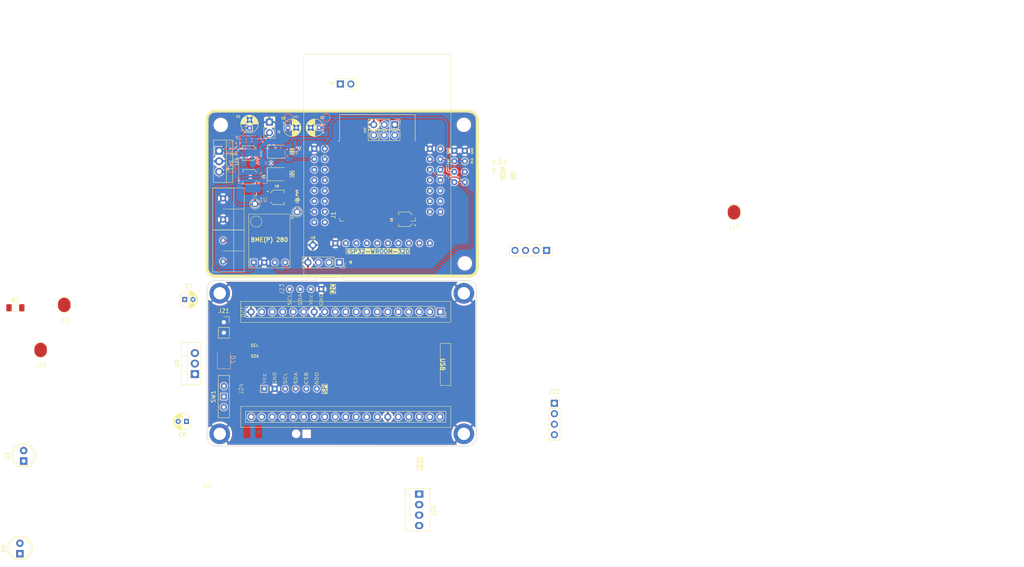
<source format=kicad_pcb>
(kicad_pcb (version 20240108) (generator "pcbnew") (generator_version "8.0")
  (layers (0 "F.Cu" signal) (31 "B.Cu" signal) (34 "B.Paste" user) (35 "F.Paste" user) (36 "B.SilkS" user "B.Silkscreen") (37 "F.SilkS" user "F.Silkscreen") (38 "B.Mask" user) (39 "F.Mask" user) (44 "Edge.Cuts" user))
  (net 0 "")
  (net 1 "GND")
  (net 2 "+3V3")
  (net 3 "+5V")
  (net 4 "/RXD")
  (net 5 "/TXD")
  (net 6 "/SDA")
  (net 7 "/GPIO_33")
  (net 8 "/SCL")
  (net 9 "/OUT3")
  (net 10 "/EN")
  (net 11 "/SOURCE2")
  (net 12 "/SOURCE1")
  (net 13 "/SOURCE3")
  (net 14 "/VDC")
  (net 15 "/DAC1")
  (net 16 "/DAC2")
  (net 17 "/GPIO39")
  (net 18 "/GPIO19")
  (net 19 "/GPIO17")
  (net 20 "/GPIO5")
  (net 21 "/GPIO18")
  (net 22 "/SD_DATA0")
  (net 23 "/ADC2_CH3")
  (net 24 "/SD_DATA3")
  (net 25 "/SD_CMD")
  (net 26 "/SD_CLK")
  (net 27 "/SD_DATA2")
  (net 28 "/SD_DATA1")
  (net 29 "/ADC2_CH0")
  (net 30 "/GPIO23")
  (net 31 "/GPIO36")
  (net 32 "/ADC2_CH2")
  (net 33 "/BOOT")
  (net 34 "/GPIO13")
  (net 35 "/SOURCE4")
  (net 36 "/SOURCE5")
  (net 37 "/SIPO_DATA")
  (net 38 "/SIPO_CLK")
  (net 39 "/SIPO_LATCH")
  (net 40 "/GPIO14")
  (net 41 "/OUT1")
  (net 42 "/VIN")
  (net 43 "Net-(D5-Pad1)")
  (net 44 "Net-(J15-Pin_1)")
  (net 45 "Net-(J19-Pin_1)")
  (net 46 "/OUT2")
  (net 58 "/ESP32-WROOM-32U Node/VIN")
  (net 63 "/ESP32-WROOM-32U Node/VDC")
  (net 74 "/ESP32-WROOM-32U Node/SPI-SDO")
  (net 75 "/ESP32-WROOM-32U Node/TX")
  (net 76 "Net-(J21-Pin_1)")
  (net 77 "/ESP32-WROOM-32U Node/SDA-2")
  (net 78 "/ESP32-WROOM-32U Node/SPI-CSB")
  (net 79 "/ESP32-WROOM-32U Node/SPI-SCL")
  (net 80 "/ESP32-WROOM-32U Node/3V3")
  (net 81 "/ESP32-WROOM-32U Node/SCL-2")
  (net 82 "/ESP32-WROOM-32U Node/RX")
  (net 83 "Net-(D7-A)")
  (net 85 "/ESP32-WROOM-32U Node/SPI-SDA")
  (net 87 "/ESP32-WROOM-32U Node/12V")
  (footprint "Capacitor_THT:CP_Radial_D4.0mm_P2.00mm" (layer "F.Cu") (at 107 44.2 180)
    (property "Reference" "C2")
    (property "Value" "1uF")
  )
  (footprint "LED_SMD:LED_1210_3225Metric_Pad1.42x2.65mm_HandSolder" (layer "F.Cu") (at 97 55.45)
    (property "Reference" "D2")
    (property "Value" "STATUS")
  )
  (footprint "Alexander Footprint Library:Board_65-40" (layer "F.Cu") (at 80 131.25)
    (property "Reference" "H3")
    (property "Value" "Project_Box_Board_65x40")
    (fp_line (start 0 -13) (end 0 -47) (stroke (width 0.05)) (layer "Edge.Cuts"))
    (fp_line (start 3 -50) (end 62 -50) (stroke (width 0.05)) (layer "Edge.Cuts"))
    (fp_line (start 62 -10) (end 3 -10) (stroke (width 0.05)) (layer "Edge.Cuts"))
    (fp_line (start 65 -47) (end 65 -13) (stroke (width 0.05)) (layer "Edge.Cuts"))
    (fp_arc (start 0 -47) (mid 0.87868 -49.12132) (end 3 -50) (stroke (width 0.05)) (layer "Edge.Cuts"))
    (fp_arc (start 3 -10) (mid 0.87868 -10.87868) (end 0 -13) (stroke (width 0.05)) (layer "Edge.Cuts"))
    (fp_arc (start 62 -50) (mid 64.12132 -49.12132) (end 65 -47) (stroke (width 0.05)) (layer "Edge.Cuts"))
    (fp_arc (start 65 -13) (mid 64.12132 -10.87868) (end 62 -10) (stroke (width 0.05)) (layer "Edge.Cuts"))
  )
  (footprint "Capacitor_SMD:CP_Elec_3x5.3" (layer "F.Cu") (at 90.3 50.35 180)
    (property "Reference" "C4")
    (property "Value" "0.1uF")
  )
  (footprint "Resistor_SMD:R_1206_3216Metric_Pad1.30x1.75mm_HandSolder" (layer "F.Cu") (at 33.612 87.7585)
    (property "Reference" "R7")
    (property "Value" "4K7")
  )
  (footprint "LED_THT:LED_D5.0mm" (layer "F.Cu") (at 34.7 147.25 90)
    (property "Reference" "D6")
    (property "Value" "LED_STATUS")
  )
  (footprint "Button_Switch_THT:SW_Slide-03_Wuerth-WS-SLTV_10x2.5x6.4_P2.54mm" (layer "F.Cu") (at 84 109.25 90)
    (property "Reference" "SW1")
    (property "Value" "SW_SPDT")
  )
  (footprint "Connector_PinSocket_2.54mm:PinSocket_1x04_P2.54mm_Vertical" (layer "F.Cu") (at 163.88 110.85)
    (property "Reference" "J22")
    (property "Value" "PWR_SATA_Conn_01x04")
  )
  (footprint "Alexander Footprint Library:Pad_1x01_P2.54_SMD" (layer "F.Cu") (at 39.712 102.098)
    (property "Reference" "J19")
    (property "Value" "LED_PWR")
  )
  (footprint "Alexanddr Footprints Library:ESP32-WROOM-Adapter-Socket-2" (layer "F.Cu") (at 121.1 56.9025)
    (property "Reference" "J1")
    (property "Value" "~")
  )
  (footprint "Alexander Footprint Library:Pad_1x01_P2.54_SMD" (layer "F.Cu") (at 45.412 91.198)
    (property "Reference" "J15")
    (property "Value" "LED_PWR")
  )
  (footprint "MountingHole:MountingHole_3mm" (layer "F.Cu") (at 142 43.5)
    (property "Reference" "H1" (hide yes))
    (property "Value" "MountingHole_Pad")
  )
  (footprint "Connector_PinSocket_2.54mm:PinSocket_1x02_P2.54mm_Vertical" (layer "F.Cu") (at 84 91.25)
    (property "Reference" "J21")
    (property "Value" "PWR")
  )
  (footprint "MountingHole:MountingHole_3mm" (layer "F.Cu") (at 83.25 43.53)
    (property "Reference" "H2" (hide yes))
    (property "Value" "MountingHole_Pad")
  )
  (footprint "Alexander Footprints Library:Conn_Terminal_5mm" (layer "F.Cu") (at 83.82 53.69)
    (property "Reference" "J9" (hide yes))
    (property "Value" "Conn_01x02_Socket")
  )
  (footprint "Alexander Footprint Library:Pad_1x01_P2.54_SMD" (layer "F.Cu") (at 207.3 68.7895)
    (property "Reference" "J17")
    (property "Value" "GND")
  )
  (footprint "Capacitor_THT:CP_Radial_D4.0mm_P2.00mm" (layer "F.Cu") (at 74.527401 85.75)
    (property "Reference" "C7")
    (property "Value" "1uF")
  )
  (footprint "Connector:FanPinHeader_1x04_P2.54mm_Vertical" (layer "F.Cu") (at 131.2 132.83 -90)
    (property "Reference" "J25")
    (property "Value" "Conn_01x04_Pin")
  )
  (footprint "Capacitor_SMD:CP_Elec_3x5.3" (layer "F.Cu") (at 90.4 56.05 180)
    (property "Reference" "C9")
    (property "Value" "0.1uF")
  )
  (footprint "Alexander Footprint Library:PinSocket_1x01_P2.54" (layer "F.Cu") (at 91.5 65.19)
    (property "Reference" "J7")
    (property "Value" "LED_PWR")
  )
  (footprint "Alexander Footprint Library:Conn_SPI" (layer "F.Cu") (at 88.68 107.35 90)
    (property "Reference" "J24")
    (property "Value" "~")
  )
  (footprint "Connector_PinSocket_2.54mm:PinSocket_1x02_P2.54mm_Vertical" (layer "F.Cu") (at 95.025 42.85)
    (property "Reference" "J2")
    (property "Value" "PWR")
  )
  (footprint "Connector_PinSocket_2.54mm:PinSocket_1x04_P2.54mm_Vertical" (layer "F.Cu") (at 111.94 76.8 -90)
    (property "Reference" "J6")
    (property "Value" "SOURCE")
  )
  (footprint "Connector_PinSocket_2.54mm:PinSocket_1x04_P2.54mm_Vertical" (layer "F.Cu") (at 162 73.875 -90)
    (property "Reference" "J10" (hide yes))
    (property "Value" "ADC")
  )
  (footprint "Capacitor_SMD:CP_Elec_3x5.3" (layer "F.Cu") (at 128 66.35 180)
    (property "Reference" "C5")
    (property "Value" "0.1uF")
  )
  (footprint "Capacitor_THT:CP_Radial_D4.0mm_P2.00mm" (layer "F.Cu") (at 99.5 44.2)
    (property "Reference" "C3")
    (property "Value" "1uF")
  )
  (footprint "Alexander Footprint Library:Conn_ESP32_WROOM-DevKit-38pins" (layer "F.Cu") (at 88.06 88.75 -90)
    (property "Reference" "J20")
    (property "Value" "~")
  )
  (footprint "Capacitor_SMD:CP_Elec_3x5.3" (layer "F.Cu") (at 96.8 61.05)
    (property "Reference" "C8")
    (property "Value" "10uF")
  )
  (footprint "Alexander Footprint Library:LD1117" (layer "F.Cu") (at 77 103.79 90)
    (property "Reference" "U9")
    (property "Value" "L7805")
  )
  (footprint "Alexander Footprint Library:PinSocket_1x01_P2.54" (layer "F.Cu") (at 101.7 67.12)
    (property "Reference" "J18")
    (property "Value" "LED_PWR")
  )
  (footprint "Alexander Footprint Library:Conn_I2C" (layer "F.Cu") (at 115.16 83.25 -90)
    (property "Reference" "J23")
    (property "Value" "I2C")
  )
  (footprint "Capacitor_THT:CP_Radial_D4.0mm_P2.00mm" (layer "F.Cu") (at 74.9726 115.25 180)
    (property "Reference" "C6")
    (property "Value" "1uF")
  )
  (footprint "Connector_PinSocket_2.54mm:PinSocket_1x02_P2.54mm_Vertical" (layer "F.Cu") (at 112.15 33.625 90)
    (property "Reference" "J5")
    (property "Value" "DAC")
  )
  (footprint "Alexander Footprint Library:CONN_2x3" (layer "F.Cu") (at 130.38 43.45 -90)
    (property "Reference" "J14")
    (property "Value" "GPIO")
  )
  (footprint "Alexander Footprints Library:Conn_UART" (layer "F.Cu") (at 139.7 42.15)
    (property "Reference" "J3" (hide yes))
    (property "Value" "UART")
  )
  (footprint "Alexander Footprint Library:PinSocket_1x01_P2.54" (layer "F.Cu") (at 105.5 75.19)
    (property "Reference" "J16")
    (property "Value" "GND")
  )
  (footprint "Capacitor_THT:CP_Radial_D4.0mm_P2.00mm" (layer "F.Cu") (at 90.2 44.3 90)
    (property "Reference" "C1")
    (property "Value" "1uF")
  )
  (footprint "Alexander Footprint Library:BME280_BMP280_I2C" (layer "F.Cu") (at 90 78.1 90)
    (property "Reference" "U7")
    (property "Value" "BME(P)280")
  )
  (footprint "Alexander Footprint Library:LD1117" (layer "F.Cu") (at 82.855 49.77 -90)
    (property "Reference" "U4")
    (property "Value" "L7805")
  )
  (footprint "Alexander Footprints Library:Conn_I2C" (layer "F.Cu") (at 142.24 42.15)
    (property "Reference" "J4" (hide yes))
    (property "Value" "I2C")
  )
  (footprint "LED_THT:LED_D5.0mm" (layer "F.Cu") (at 35.612 124.8335 90)
    (property "Reference" "D5")
    (property "Value" "LED_PWR")
  )
  (footprint "LED_SMD:LED_1210_3225Metric_Pad1.42x2.65mm_HandSolder" (layer "F.Cu") (at 97 50)
    (property "Reference" "D1")
    (property "Value" "PWR")
  )
  (footprint "MountingHole:MountingHole_3mm" (layer "F.Cu") (at 142.25 77)
    (property "Reference" "H4" (hide yes))
    (property "Value" "MountingHole_Pad")
  )
  (footprint "Alexander Footprints Library:Conn_Terminal_5mm" (layer "F.Cu") (at 83.82 63.85)
    (property "Reference" "J8" (hide yes))
    (property "Value" "Conn_01x02_Socket")
  )
  (footprint "TestPoint:TestPoint_Pad_D1.5mm" (layer "B.Cu") (at 99.5 41.75 180)
    (property "Reference" "TP4")
    (property "Value" "5V")
  )
  (footprint "TestPoint:TestPoint_Pad_D1.5mm" (layer "B.Cu") (at 108.7 41.75 180)
    (property "Reference" "TP3")
    (property "Value" "3V3")
  )
  (footprint "Diode_SMD:D_1210_3225Metric" (layer "B.Cu") (at 84 100.25 90)
    (property "Reference" "D7")
    (property "Value" "D")
  )
  (footprint "Resistor_SMD:R_1206_3216Metric_Pad1.30x1.75mm_HandSolder" (layer "B.Cu") (at 99.7 50.25 -90)
    (property "Reference" "R1")
    (property "Value" "10K")
  )
  (footprint "Diode_SMD:D_1210_3225Metric" (layer "B.Cu") (at 90.1 47.75)
    (property "Reference" "D4")
    (property "Value" "D")
  )
  (footprint "TestPoint:TestPoint_Pad_D1.5mm" (layer "B.Cu") (at 86.2 48.45 180)
    (property "Reference" "TP1")
    (property "Value" "VIN")
  )
  (footprint "TestPoint:TestPoint_Pad_D1.5mm" (layer "B.Cu") (at 85.9 54.15 180)
    (property "Reference" "TP2")
    (property "Value" "GND")
  )
  (footprint "Package_TO_SOT_SMD:SOT-223-3_TabPin2" (layer "B.Cu") (at 91 55.75 -90)
    (property "Reference" "U1")
    (property "Value" "AMS1117-3V3")
  )
  (gr_line (start 145.25 42.11421) (end 145.25 78.085782) (stroke (width 0.75)) (layer "F.SilkS"))
  (gr_line (start 81.914218 40.164218) (end 143.08579 40.164218) (stroke (width 0.75)) (layer "F.SilkS"))
  (gr_arc (start 145.25 78.085782) (mid 144.66422 79.500007) (end 143.25 80.085782) (stroke (width 0.75)) (layer "F.SilkS"))
  (gr_line (start 79.914218 42.11421) (end 79.914218 78.085782) (stroke (width 0.75)) (layer "F.SilkS"))
  (gr_arc (start 81.914218 80.085782) (mid 80.499999 79.500001) (end 79.914218 78.085782) (stroke (width 0.75)) (layer "F.SilkS"))
  (gr_arc (start 143.25 40.25) (mid 144.664214 40.835786) (end 145.25 42.25) (stroke (width 0.75)) (layer "F.SilkS"))
  (gr_arc (start 79.914218 42.164218) (mid 80.499999 40.749999) (end 81.914218 40.164218) (stroke (width 0.75)) (layer "F.SilkS"))
  (gr_line (start 81.914214 80.085782) (end 143.085786 80.085782) (stroke (width 0.75)) (layer "F.SilkS"))
  (gr_line (start 82.014214 80.235786) (end 106.4 80.25) (stroke (width 0.1)) (layer "Edge.Cuts"))
  (gr_line (start 80 42.25) (end 80.014214 78.235786) (stroke (width 0.1)) (layer "Edge.Cuts"))
  (gr_arc (start 79.921321 83.157107) (mid 80.507106 81.742896) (end 81.921321 81.157107) (stroke (width 0.1)) (layer "Edge.Cuts"))
  (gr_line (start 81.921321 121.128679) (end 143.107107 121.142893) (stroke (width 0.1)) (layer "Edge.Cuts"))
  (gr_arc (start 81.921321 121.128679) (mid 80.507101 120.542899) (end 79.921321 119.128679) (stroke (width 0.1)) (layer "Edge.Cuts"))
  (gr_line (start 143.092893 81.157107) (end 113 81.15) (stroke (width 0.1)) (layer "Edge.Cuts"))
  (gr_arc (start 145.107107 119.142893) (mid 144.521321 120.557107) (end 143.107107 121.142893) (stroke (width 0.1)) (layer "Edge.Cuts"))
  (gr_line (start 106.4 81.15) (end 81.921321 81.157107) (stroke (width 0.1)) (layer "Edge.Cuts"))
  (gr_arc (start 143.185786 40.264214) (mid 144.600004 40.849996) (end 145.185786 42.264214) (stroke (width 0.1)) (layer "Edge.Cuts"))
  (gr_line (start 113 80.25) (end 143.185786 80.235786) (stroke (width 0.1)) (layer "Edge.Cuts"))
  (gr_arc (start 82.014214 80.235786) (mid 80.599996 79.650004) (end 80.014214 78.235786) (stroke (width 0.1)) (layer "Edge.Cuts"))
  (gr_line (start 145.185786 42.264214) (end 145.185786 78.235786) (stroke (width 0.1)) (layer "Edge.Cuts"))
  (gr_arc (start 80 42.25) (mid 80.585786 40.835786) (end 82 40.25) (stroke (width 0.1)) (layer "Edge.Cuts"))
  (gr_line (start 145.107107 119.142893) (end 145.092893 83.157107) (stroke (width 0.1)) (layer "Edge.Cuts"))
  (gr_line (start 79.921321 119.128679) (end 79.921321 83.157107) (stroke (width 0.1)) (layer "Edge.Cuts"))
  (gr_line (start 106.4 81.15) (end 106.4 80.25) (stroke (width 0.1)) (layer "Edge.Cuts"))
  (gr_arc (start 145.185786 78.235786) (mid 144.600004 79.650004) (end 143.185786 80.235786) (stroke (width 0.1)) (layer "Edge.Cuts"))
  (gr_arc (start 143.092893 81.157107) (mid 144.507112 81.742888) (end 145.092893 83.157107) (stroke (width 0.1)) (layer "Edge.Cuts"))
  (gr_line (start 113 81.15) (end 113 80.25) (stroke (width 0.1)) (layer "Edge.Cuts"))
  (gr_line (start 143.185786 40.264214) (end 82 40.25) (stroke (width 0.1)) (layer "Edge.Cuts"))
  (gr_text "SCL" (at 90.4 96.85 0) (layer "F.SilkS") (effects (font (size 0.7 0.7) (thickness 0.125) (bold yes)) (justify left)))
  (gr_text "SDA" (at 90.4 99.45 0) (layer "F.SilkS") (effects (font (size 0.7 0.7) (thickness 0.125) (bold yes)) (justify left)))
  (gr_text "PWR" (at 132 127.25 90) (layer "F.SilkS" knockout) (effects (font (size 1 1) (thickness 0.25) (bold yes)) (justify left bottom)))
  (segment (start 84.21 66) (end 83.82 66.39) (width 0.5) (layer "F.Cu") (net 1))
  (segment (start 95.5 54.8625) (end 95.5125 54.85) (width 0.25) (layer "F.Cu") (net 1))
  (segment (start 95.5 55.4625) (end 95.5125 55.45) (width 0.25) (layer "F.Cu") (net 1))
  (segment (start 91.5 59.65) (end 91.9 59.25) (width 0.5) (layer "F.Cu") (net 2))
  (segment (start 101.15 50) (end 102 49.15) (width 0.5) (layer "F.Cu") (net 2))
  (segment (start 94.63 62.62) (end 91.5 62.62) (width 0.5) (layer "F.Cu") (net 2))
  (segment (start 91.9 59.25) (end 91.9 56.05) (width 0.5) (layer "F.Cu") (net 2))
  (segment (start 98.4875 50) (end 101.15 50) (width 0.5) (layer "F.Cu") (net 2))
  (segment (start 95.3 61.05) (end 95.3 61.95) (width 0.5) (layer "F.Cu") (net 2))
  (segment (start 95.3 61.95) (end 94.63 62.62) (width 0.5) (layer "F.Cu") (net 2))
  (segment (start 91.5 62.62) (end 91.5 59.65) (width 0.5) (layer "F.Cu") (net 2))
  (via (at 102 49.15) (size 0.8) (drill 0.4) (layers "F.Cu" "B.Cu") (net 2))
  (segment (start 96.075 48.7) (end 97.525 48.7) (width 0.5) (layer "B.Cu") (net 2))
  (segment (start 108.4 49.2825) (end 108.4 47.85) (width 0.5) (layer "B.Cu") (net 2))
  (segment (start 109.408578 44.2) (end 107 44.2) (width 0.5) (layer "B.Cu") (net 2))
  (segment (start 109.5 46.75) (end 109.75 46.5) (width 0.5) (layer "B.Cu") (net 2))
  (segment (start 81.3 75.997918) (end 81.3 59.75104) (width 0.5) (layer "B.Cu") (net 2))
  (segment (start 93.3 54.905025) (end 93.3 52.6) (width 0.5) (layer "B.Cu") (net 2))
  (segment (start 100 48.7) (end 100 48.03033) (width 0.5) (layer "B.Cu") (net 2))
  (segment (start 137.9 51.55) (end 138.66 52.31) (width 0.5) (layer "B.Cu") (net 2))
  (segment (start 84.202081 78.9) (end 89.990883 78.9) (width 0.5) (layer "B.Cu") (net 2))
  (segment (start 109.75 45) (end 109.75 44.141421) (width 0.5) (layer "B.Cu") (net 2))
  (segment (start 103 46.75) (end 101.28033 46.75) (width 0.5) (layer "B.Cu") (net 2))
  (segment (start 109.75 43.858578) (end 109.75 44.141421) (width 0.5) (layer "B.Cu") (net 2))
  (segment (start 138.66 52.31) (end 139.7 52.31) (width 0.5) (layer "B.Cu") (net 2))
  (segment (start 139.7 52.31) (end 142.24 52.31) (width 0.5) (layer "B.Cu") (net 2))
  (segment (start 129.1 41.75) (end 136.8 41.75) (width 0.5) (layer "B.Cu") (net 2))
  (segment (start 112.31066 41.75) (end 129.1 41.75) (width 0.5) (layer "B.Cu") (net 2))
  (segment (start 88.207106 62.75) (end 91.5 62.75) (width 0.5) (layer "B.Cu") (net 2))
  (segment (start 86.5 61.042893) (end 86.5 57.5) (width 0.5) (layer "B.Cu") (net 2))
  (segment (start 103 46.75) (end 109.5 46.75) (width 0.5) (layer "B.Cu") (net 2))
  (segment (start 137.9 42.85) (end 137.9 51.55) (width 0.5) (layer "B.Cu") (net 2))
  (segment (start 91.22 77.670883) (end 91.22 76.8) (width 0.5) (layer "B.Cu") (net 2))
  (segment (start 89.455634 56.1) (end 92.105025 56.1) (width 0.5) (layer "B.Cu") (net 2))
  (segment (start 96.075 48.7) (end 95.177817 48.7) (width 0.5) (layer "B.Cu") (net 2))
  (segment (start 136.8 41.75) (end 137.9 42.85) (width 0.5) (layer "B.Cu") (net 2))
  (segment (start 108.4 47.85) (end 109.75 46.5) (width 0.5) (layer "B.Cu") (net 2))
  (segment (start 109.75 46.5) (end 109.75 45) (width 0.5) (layer "B.Cu") (net 2))
  (segment (start 110.015165 42.984834) (end 110.5 42.5) (width 0.5) (layer "B.Cu") (net 2))
  (segment (start 102 47.75) (end 103 46.75) (width 0.5) (layer "B.Cu") (net 2))
  (segment (start 109.75 43.858578) (end 109.75 43.625) (width 0.5) (layer "B.Cu") (net 2))
  (segment (start 93.3 52.6) (end 93.3 50.577817) (width 0.5) (layer "B.Cu") (net 2))
  (segment (start 82.75104 58.3) (end 84.144365 58.3) (width 0.5) (layer "B.Cu") (net 2))
  (segment (start 102 49.15) (end 102 47.75) (width 0.5) (layer "B.Cu") (net 2))
  (segment (start 129.3 41.75) (end 129.1 41.75) (width 0.5) (layer "B.Cu") (net 2))
  (segment (start 108.7 41.75) (end 112.31066 41.75) (width 0.5) (layer "B.Cu") (net 2))
  (segment (start 100 48.7) (end 97.525 48.7) (width 0.5) (layer "B.Cu") (net 2))
  (arc (start 93.3 54.905025) (mid 93.209037 55.362322) (end 92.95 55.75) (width 0.5) (layer "B.Cu") (net 2))
  (arc (start 86.8 57.2) (mid 85.581584 58.014119) (end 84.144365 58.3) (width 0.5) (layer "B.Cu") (net 2))
  (arc (start 89.455634 56.1) (mid 88.018415 56.38588) (end 86.8 57.2) (width 0.5) (layer "B.Cu") (net 2))
  (arc (start 86.5 61.042893) (mid 86.629945 61.696174) (end 87 62.25) (width 0.5) (layer "B.Cu") (net 2))
  (arc (start 82.75104 58.3) (mid 82.195751 58.410453) (end 81.725 58.725) (width 0.5) (layer "B.Cu") (net 2))
  (arc (start 92.95 55.75) (mid 92.562322 56.009037) (end 92.105025 56.1) (width 0.5) (layer "B.Cu") (net 2))
  (arc (start 109.75 43.625) (mid 109.818914 43.278544) (end 110.015165 42.984834) (width 0.5) (layer "B.Cu") (net 2))
  (arc (start 95.177817 48.7) (mid 94.459207 48.84294) (end 93.85 49.25) (width 0.5) (layer "B.Cu") (net 2))
  (arc (start 82.15 78.05) (mid 83.091502 78.679092) (end 84.202081 78.9) (width 0.5) (layer "B.Cu") (net 2))
  (arc (start 109.75 44.141421) (mid 109.713838 44.087301) (end 109.65 44.1) (width 0.5) (layer "B.Cu") (net 2))
  (arc (start 93.85 49.25) (mid 93.44294 49.859207) (end 93.3 50.577817) (width 0.5) (layer "B.Cu") (net 2))
  (arc (start 90.86 78.54) (mid 90.461245 78.806439) (end 89.990883 78.9) (width 0.5) (layer "B.Cu") (net 2))
  (arc (start 109.65 44.1) (mid 109.539234 44.17401) (end 109.408578 44.2) (width 0.5) (layer "B.Cu") (net 2))
  (arc (start 87 62.25) (mid 87.553825 62.620054) (end 88.207106 62.75) (width 0.5) (layer "B.Cu") (net 2))
  (arc (start 81.725 58.725) (mid 81.410453 59.195751) (end 81.3 59.75104) (width 0.5) (layer "B.Cu") (net 2))
  (arc (start 101.28033 46.75) (mid 100.790368 46.847459) (end 100.375 47.125) (width 0.5) (layer "B.Cu") (net 2))
  (arc (start 91.22 77.670883) (mid 91.126439 78.141245) (end 90.86 78.54) (width 0.5) (layer "B.Cu") (net 2))
  (arc (start 110.5 42.5) (mid 111.330737 41.944918) (end 112.31066 41.75) (width 0.5) (layer "B.Cu") (net 2))
  (arc (start 109.65 44.1) (mid 109.72401 43.989234) (end 109.75 43.858578) (width 0.5) (layer "B.Cu") (net 2))
  (arc (start 100.375 47.125) (mid 100.097459 47.540368) (end 100 48.03033) (width 0.5) (layer "B.Cu") (net 2))
  (arc (start 81.3 75.997918) (mid 81.520907 77.108496) (end 82.15 78.05) (width 0.5) (layer "B.Cu") (net 2))
  (segment (start 99.5 45.693413) (end 99.5 44.2) (width 0.5) (layer "F.Cu") (net 3))
  (segment (start 98.6375 46.9625) (end 99.2125 46.3875) (width 0.5) (layer "F.Cu") (net 3))
  (segment (start 88.1 47.25) (end 97.943413 47.25) (width 0.5) (layer "F.Cu") (net 3))
  (segment (start 84.9 54.85) (end 85.4 54.35) (width 0.5) (layer "F.Cu") (net 3))
  (segment (start 85.4 54.35) (end 85.4 49.95) (width 0.5) (layer "F.Cu") (net 3))
  (segment (start 82.855 54.85) (end 84.9 54.85) (width 0.5) (layer "F.Cu") (net 3))
  (segment (start 85.4 49.95) (end 88.1 47.25) (width 0.5) (layer "F.Cu") (net 3))
  (arc (start 97.943413 47.25) (mid 98.31905 47.175281) (end 98.6375 46.9625) (width 0.5) (layer "F.Cu") (net 3))
  (arc (start 99.5 45.693413) (mid 99.425281 46.06905) (end 99.2125 46.3875) (width 0.5) (layer "F.Cu") (net 3))
  (segment (start 99.5 42.25) (end 99.5 44.2) (width 0.25) (layer "B.Cu") (net 3))
  (segment (start 139.7 57.35) (end 139.7 57.39) (width 0.25) (layer "F.Cu") (net 4))
  (segment (start 140.3 57.45) (end 139.3 57.45) (width 0.25) (layer "F.Cu") (net 4))
  (segment (start 139.04 57.39) (end 139.7 57.39) (width 0.25) (layer "F.Cu") (net 4))
  (segment (start 137.96 55.65) (end 139.7 57.39) (width 0.25) (layer "B.Cu") (net 4))
  (segment (start 133.8 54.3625) (end 135.0875 55.65) (width 0.25) (layer "B.Cu") (net 4))
  (segment (start 135.0875 55.65) (end 137.96 55.65) (width 0.25) (layer "B.Cu") (net 4))
  (segment (start 138 52.25) (end 137.5725 51.8225) (width 0.25) (layer "F.Cu") (net 5))
  (segment (start 139.7 54.85) (end 138.3 54.85) (width 0.25) (layer "F.Cu") (net 5))
  (segment (start 137.5725 51.8225) (end 136.34 51.8225) (width 0.25) (layer "F.Cu") (net 5))
  (segment (start 138 54.55) (end 138 52.25) (width 0.25) (layer "F.Cu") (net 5))
  (segment (start 138.3 54.85) (end 138 54.55) (width 0.25) (layer "F.Cu") (net 5))
  (segment (start 139.7 54.85) (end 139.5 54.85) (width 0.25) (layer "F.Cu") (net 5))
  (segment (start 142.24 54.85) (end 142.24 55.51) (width 0.25) (layer "F.Cu") (net 6))
  (segment (start 98.84 76.8) (end 98.84 78.09) (width 0.25) (layer "B.Cu") (net 6))
  (segment (start 141 57.95) (end 141 56.09) (width 0.25) (layer "B.Cu") (net 6))
  (segment (start 140.990501 53.600501) (end 142.24 54.85) (width 0.25) (layer "B.Cu") (net 6))
  (segment (start 136.34 54.3625) (end 137.101999 53.600501) (width 0.25) (layer "B.Cu") (net 6))
  (segment (start 143.281802 72.781802) (end 143.55 72.513604) (width 0.25) (layer "B.Cu") (net 6))
  (segment (start 99.4 78.65) (end 130.7 78.65) (width 0.25) (layer "B.Cu") (net 6))
  (segment (start 130.7 78.65) (end 134.55 78.65) (width 0.25) (layer "B.Cu") (net 6))
  (segment (start 143.55 72.513604) (end 143.55 60.5) (width 0.25) (layer "B.Cu") (net 6))
  (segment (start 143.55 60.5) (end 141 57.95) (width 0.25) (layer "B.Cu") (net 6))
  (segment (start 140.418198 72.781802) (end 143.281802 72.781802) (width 0.25) (layer "B.Cu") (net 6))
  (segment (start 98.84 78.09) (end 99.4 78.65) (width 0.25) (layer "B.Cu") (net 6))
  (segment (start 141 56.09) (end 142.24 54.85) (width 0.25) (layer "B.Cu") (net 6))
  (segment (start 137.101999 53.600501) (end 140.990501 53.600501) (width 0.25) (layer "B.Cu") (net 6))
  (segment (start 134.55 78.65) (end 140.418198 72.781802) (width 0.25) (layer "B.Cu") (net 6))
  (segment (start 135.1 55.15) (end 135.6 55.65) (width 0.25) (layer "F.Cu") (net 8))
  (segment (start 133.8 51.8225) (end 135.1 53.1225) (width 0.25) (layer "F.Cu") (net 8))
  (segment (start 141.603604 57.39) (end 142.24 57.39) (width 0.25) (layer "F.Cu") (net 8))
  (segment (start 137.3 55.65) (end 137.8 56.15) (width 0.25) (layer "F.Cu") (net 8))
  (segment (start 135.1 53.1225) (end 135.1 55.15) (width 0.25) (layer "F.Cu") (net 8))
  (segment (start 135.6 55.65) (end 137.3 55.65) (width 0.25) (layer "F.Cu") (net 8))
  (segment (start 140.363604 56.15) (end 141.603604 57.39) (width 0.25) (layer "F.Cu") (net 8))
  (segment (start 137.8 56.15) (end 140.363604 56.15) (width 0.25) (layer "F.Cu") (net 8))
  (segment (start 142.24 58.553604) (end 142.24 57.39) (width 0.25) (layer "B.Cu") (net 8))
  (segment (start 144 72.7) (end 144 60.313604) (width 0.25) (layer "B.Cu") (net 8))
  (segment (start 134.8 79.1) (end 140.6 73.3) (width 0.25) (layer "B.Cu") (net 8))
  (segment (start 140.6 73.3) (end 143.4 73.3) (width 0.25) (layer "B.Cu") (net 8))
  (segment (start 96.3 76.8) (end 96.3 78.45) (width 0.25) (layer "B.Cu") (net 8))
  (segment (start 143.4 73.3) (end 144 72.7) (width 0.25) (layer "B.Cu") (net 8))
  (segment (start 96.3 78.45) (end 96.95 79.1) (width 0.25) (layer "B.Cu") (net 8))
  (segment (start 144 60.313604) (end 142.24 58.553604) (width 0.25) (layer "B.Cu") (net 8))
  (segment (start 96.95 79.1) (end 134.8 79.1) (width 0.25) (layer "B.Cu") (net 8))
  (segment (start 92.3 52.75) (end 91.8 52.25) (width 0.25) (layer "F.Cu") (net 10))
  (segment (start 91.8 52.25) (end 91.8 50.35) (width 0.25) (layer "F.Cu") (net 10))
  (segment (start 95.4 52.75) (end 92.3 52.75) (width 0.25) (layer "F.Cu") (net 10))
  (via (at 95.4 52.75) (size 0.8) (drill 0.4) (layers "F.Cu" "B.Cu") (net 10))
  (segment (start 95.4 52.75) (end 96.7 52.75) (width 0.25) (layer "B.Cu") (net 10))
  (segment (start 101.4 51.8) (end 101.45 51.8) (width 0.25) (layer "B.Cu") (net 10))
  (segment (start 105.86 51.8225) (end 101.4225 51.8225) (width 0.25) (layer "B.Cu") (net 10))
  (segment (start 99.7 51.8) (end 101.4 51.8) (width 0.25) (layer "B.Cu") (net 10))
  (segment (start 97.65 51.8) (end 99.7 51.8) (width 0.25) (layer "B.Cu") (net 10))
  (segment (start 101.4225 51.8225) (end 101.4 51.8) (width 0.25) (layer "B.Cu") (net 10))
  (segment (start 96.7 52.75) (end 97.65 51.8) (width 0.25) (layer "B.Cu") (net 10))
  (segment (start 86.37 71.47) (end 88 73.1) (width 0.5) (layer "F.Cu") (net 11))
  (segment (start 88 73.1) (end 99 73.1) (width 0.5) (layer "F.Cu") (net 11))
  (segment (start 83.82 71.47) (end 86.37 71.47) (width 0.5) (layer "F.Cu") (net 11))
  (segment (start 86.275 76.55) (end 88.075 74.75) (width 0.5) (layer "F.Cu") (net 12))
  (segment (start 83.82 76.55) (end 86.275 76.55) (width 0.5) (layer "F.Cu") (net 12))
  (segment (start 88.075 74.75) (end 99.75 74.75) (width 0.5) (layer "F.Cu") (net 12))
  (segment (start 95.025 45.425) (end 92.7 47.75) (width 0.5) (layer "B.Cu") (net 14))
  (segment (start 92.7 47.75) (end 91.5 47.75) (width 0.5) (layer "B.Cu") (net 14))
  (segment (start 95.025 45.39) (end 95.025 45.425) (width 0.5) (layer "B.Cu") (net 14))
  (segment (start 129.5 66.35) (end 134.5125 66.35) (width 0.25) (layer "F.Cu") (net 33))
  (segment (start 134.5125 66.35) (end 136.34 64.5225) (width 0.25) (layer "F.Cu") (net 33))
  (segment (start 101.7 56.05) (end 101.1 55.45) (width 0.25) (layer "F.Cu") (net 40))
  (segment (start 101.7 64.55) (end 105.8325 64.55) (width 0.25) (layer "F.Cu") (net 40))
  (segment (start 105.8325 64.55) (end 105.86 64.5225) (width 0.25) (layer "F.Cu") (net 40))
  (segment (start 101.1 55.45) (end 98.4875 55.45) (width 0.25) (layer "F.Cu") (net 40))
  (segment (start 101.7 64.55) (end 101.7 56.05) (width 0.25) (layer "F.Cu") (net 40))
  (segment (start 82.98 49.77) (end 82.855 49.77) (width 0.5) (layer "F.Cu") (net 42))
  (segment (start 90.2 44.3) (end 88.45 44.3) (width 0.5) (layer "F.Cu") (net 42))
  (segment (start 88.45 44.3) (end 82.98 49.77) (width 0.5) (layer "F.Cu") (net 42))
  (segment (start 88.7 50.546446) (end 88.7 51.253553) (width 0.5) (layer "B.Cu") (net 42))
  (segment (start 88.7 45.153553) (end 88.7 47.4) (width 0.5) (layer "B.Cu") (net 42))
  (segment (start 86.2 49.11) (end 86.2 48.45) (width 0.25) (layer "B.Cu") (net 42))
  (segment (start 88.45 50.65) (end 88.2 50.4) (width 0.5) (layer "B.Cu") (net 42))
  (segment (start 88.7 50.546446) (end 88.7 47.4) (width 0.5) (layer "B.Cu") (net 42))
  (segment (start 88.45 50.65) (end 88.054368 50.254368) (width 0.5) (layer "B.Cu") (net 42))
  (segment (start 89.553553 44.3) (end 90.2 44.3) (width 0.5) (layer "B.Cu") (net 42))
  (segment (start 88.7 51.253553) (end 88.7 52.6) (width 0.5) (layer "B.Cu") (net 42))
  (segment (start 86.86 49.77) (end 85.54 49.77) (width 0.5) (layer "B.Cu") (net 42))
  (segment (start 86.885 49.77) (end 86.86 49.77) (width 0.5) (layer "B.Cu") (net 42))
  (segment (start 85.54 49.77) (end 82.855 49.77) (width 0.5) (layer "B.Cu") (net 42))
  (arc (start 89.553553 44.3) (mid 89.226912 44.364972) (end 88.95 44.55) (width 0.5) (layer "B.Cu") (net 42))
  (arc (start 86.2 49.11) (mid 86.393309 49.57669) (end 86.86 49.77) (width 0.25) (layer "B.Cu") (net 42))
  (arc (start 88.7 51.253553) (mid 88.635027 50.926912) (end 88.45 50.65) (width 0.5) (layer "B.Cu") (net 42))
  (arc (start 88.45 50.65) (mid 88.45 50.65) (end 88.45 50.65) (width 0.5) (layer "B.Cu") (net 42))
  (arc (start 88.45 50.65) (mid 88.609596 50.681745) (end 88.7 50.546446) (width 0.5) (layer "B.Cu") (net 42))
  (arc (start 88.054368 50.254368) (mid 87.517857 49.895883) (end 86.885 49.77) (width 0.5) (layer "B.Cu") (net 42))
  (arc (start 88.95 44.55) (mid 88.764972 44.826912) (end 88.7 45.153553) (width 0.5) (layer "B.Cu") (net 42))
  (segment (start 92.425 117.775) (end 92.4 117.75) (width 0.5) (layer "B.Cu") (net 63))
  (zone (net 1) (net_name "GND") (layer "F.Cu") (priority 1) (connect_pads (clearance 0)) (min_thickness 0.25) (fill yes (thermal_gap 0.5) (thermal_bridge_width 0.5))
    (polygon (pts (xy 80 40.25) (xy 80.3 80.35) (xy 145.55 80.35) (xy 145.25 40.25)))
  )
  (zone (net 1) (net_name "GND") (layer "F.Cu") (priority 2) (connect_pads (clearance 0)) (min_thickness 0.25) (fill yes (thermal_gap 0.5) (thermal_bridge_width 0.5))
    (polygon (pts (xy 79.8 121.45) (xy 145.7 121.45) (xy 145.2 80.95) (xy 79.5 80.95)))
  )
  (zone (net 1) (net_name "GND") (layer "B.Cu") (connect_pads (clearance 0)) (min_thickness 0.25) (fill yes (thermal_gap 0.5) (thermal_bridge_width 0.5))
    (polygon (pts (xy 80 40.25) (xy 145.2 40.25) (xy 145.4 80.45) (xy 80.2 80.45)))
  )
  (zone (net 1) (net_name "GND") (layer "B.Cu") (priority 3) (connect_pads (clearance 0)) (min_thickness 0.25) (fill yes (thermal_gap 0.5) (thermal_bridge_width 0.5))
    (polygon (pts (xy 145.6 121.45) (xy 145.2 80.95) (xy 79.5 80.95) (xy 79.7 121.45)))
  )
)
</source>
